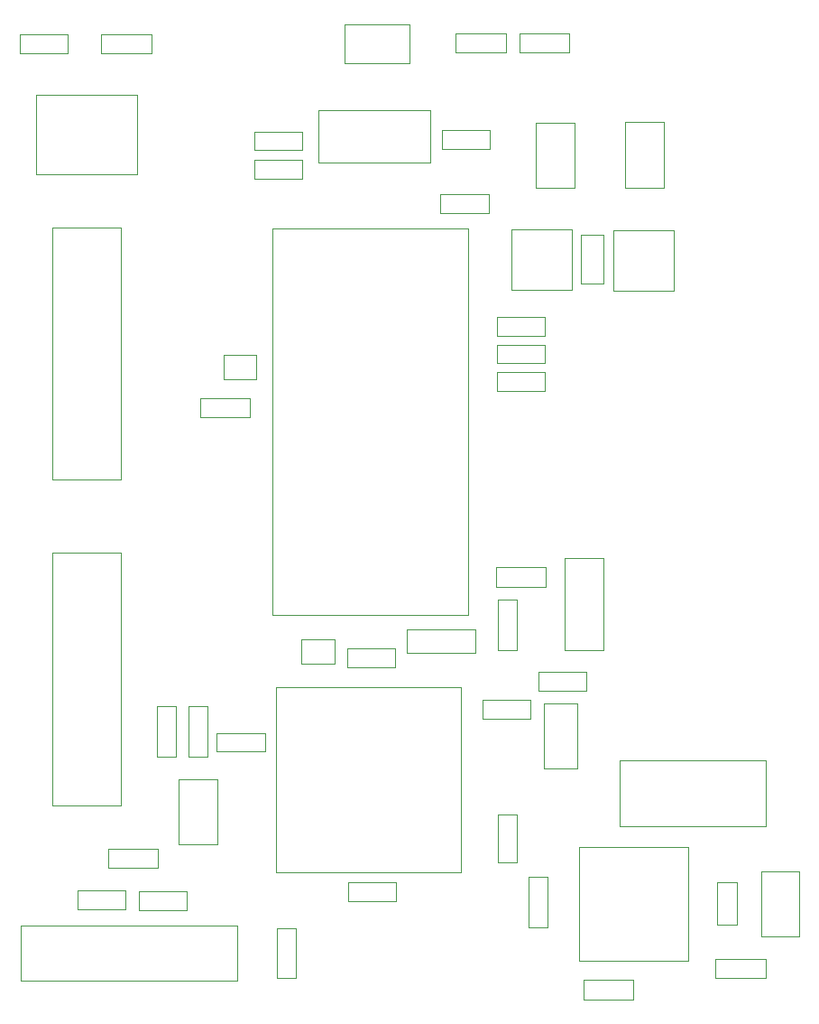
<source format=gbr>
G04 #@! TF.FileFunction,Other,User*
%FSLAX46Y46*%
G04 Gerber Fmt 4.6, Leading zero omitted, Abs format (unit mm)*
G04 Created by KiCad (PCBNEW 4.0.7) date 12/21/18 13:01:04*
%MOMM*%
%LPD*%
G01*
G04 APERTURE LIST*
%ADD10C,0.100000*%
%ADD11C,0.050000*%
G04 APERTURE END LIST*
D10*
D11*
X80950000Y-86350000D02*
X80950000Y-92450000D01*
X80950000Y-92450000D02*
X84050000Y-92450000D01*
X84050000Y-92450000D02*
X84050000Y-86350000D01*
X84050000Y-86350000D02*
X80950000Y-86350000D01*
X84450000Y-46950000D02*
X84450000Y-42450000D01*
X84450000Y-46950000D02*
X86550000Y-46950000D01*
X86550000Y-42450000D02*
X84450000Y-42450000D01*
X86550000Y-42450000D02*
X86550000Y-46950000D01*
X55450000Y-41800000D02*
X55450000Y-78050000D01*
X55450000Y-78050000D02*
X73800000Y-78050000D01*
X73800000Y-78050000D02*
X73800000Y-41800000D01*
X73800000Y-41800000D02*
X55450000Y-41800000D01*
X75750000Y-40380000D02*
X71250000Y-40380000D01*
X75750000Y-40380000D02*
X75750000Y-38630000D01*
X71250000Y-38630000D02*
X71250000Y-40380000D01*
X71250000Y-38630000D02*
X75750000Y-38630000D01*
X75850000Y-34380000D02*
X71350000Y-34380000D01*
X75850000Y-34380000D02*
X75850000Y-32630000D01*
X71350000Y-32630000D02*
X71350000Y-34380000D01*
X71350000Y-32630000D02*
X75850000Y-32630000D01*
X62200000Y-26300000D02*
X68350000Y-26300000D01*
X68350000Y-26300000D02*
X68350000Y-22700000D01*
X68350000Y-22700000D02*
X62200000Y-22700000D01*
X62200000Y-22700000D02*
X62200000Y-26300000D01*
X59790000Y-30750000D02*
X59790000Y-35660000D01*
X59790000Y-35660000D02*
X70290000Y-35660000D01*
X70290000Y-35660000D02*
X70290000Y-30750000D01*
X70290000Y-30750000D02*
X59790000Y-30750000D01*
X53750000Y-35420000D02*
X58250000Y-35420000D01*
X53750000Y-35420000D02*
X53750000Y-37170000D01*
X58250000Y-37170000D02*
X58250000Y-35420000D01*
X58250000Y-37170000D02*
X53750000Y-37170000D01*
X53750000Y-32720000D02*
X58250000Y-32720000D01*
X53750000Y-32720000D02*
X53750000Y-34470000D01*
X58250000Y-34470000D02*
X58250000Y-32720000D01*
X58250000Y-34470000D02*
X53750000Y-34470000D01*
X81050000Y-51880000D02*
X76550000Y-51880000D01*
X81050000Y-51880000D02*
X81050000Y-50130000D01*
X76550000Y-50130000D02*
X76550000Y-51880000D01*
X76550000Y-50130000D02*
X81050000Y-50130000D01*
X62450000Y-81220000D02*
X66950000Y-81220000D01*
X62450000Y-81220000D02*
X62450000Y-82970000D01*
X66950000Y-82970000D02*
X66950000Y-81220000D01*
X66950000Y-82970000D02*
X62450000Y-82970000D01*
X50250000Y-89120000D02*
X54750000Y-89120000D01*
X50250000Y-89120000D02*
X50250000Y-90870000D01*
X54750000Y-90870000D02*
X54750000Y-89120000D01*
X54750000Y-90870000D02*
X50250000Y-90870000D01*
X44100000Y-25400000D02*
X39400000Y-25400000D01*
X44100000Y-25400000D02*
X44100000Y-23600000D01*
X39400000Y-23600000D02*
X39400000Y-25400000D01*
X39400000Y-23600000D02*
X44100000Y-23600000D01*
X76550000Y-52720000D02*
X81050000Y-52720000D01*
X76550000Y-52720000D02*
X76550000Y-54470000D01*
X81050000Y-54470000D02*
X81050000Y-52720000D01*
X81050000Y-54470000D02*
X76550000Y-54470000D01*
X76550000Y-55320000D02*
X81050000Y-55320000D01*
X76550000Y-55320000D02*
X76550000Y-57070000D01*
X81050000Y-57070000D02*
X81050000Y-55320000D01*
X81050000Y-57070000D02*
X76550000Y-57070000D01*
X77900000Y-47600000D02*
X83600000Y-47600000D01*
X83600000Y-47600000D02*
X83600000Y-41900000D01*
X83600000Y-41900000D02*
X77900000Y-41900000D01*
X77900000Y-41900000D02*
X77900000Y-47600000D01*
X34800000Y-65400000D02*
X41200000Y-65400000D01*
X41200000Y-65400000D02*
X41200000Y-41750000D01*
X41200000Y-41750000D02*
X34800000Y-41750000D01*
X34800000Y-41750000D02*
X34800000Y-65400000D01*
X34800000Y-95900000D02*
X41200000Y-95900000D01*
X41200000Y-95900000D02*
X41200000Y-72250000D01*
X41200000Y-72250000D02*
X34800000Y-72250000D01*
X34800000Y-72250000D02*
X34800000Y-95900000D01*
X93150000Y-42000000D02*
X87450000Y-42000000D01*
X87450000Y-42000000D02*
X87450000Y-47700000D01*
X87450000Y-47700000D02*
X93150000Y-47700000D01*
X93150000Y-47700000D02*
X93150000Y-42000000D01*
X76620000Y-101250000D02*
X76620000Y-96750000D01*
X76620000Y-101250000D02*
X78370000Y-101250000D01*
X78370000Y-96750000D02*
X76620000Y-96750000D01*
X78370000Y-96750000D02*
X78370000Y-101250000D01*
X67050000Y-104880000D02*
X62550000Y-104880000D01*
X67050000Y-104880000D02*
X67050000Y-103130000D01*
X62550000Y-103130000D02*
X62550000Y-104880000D01*
X62550000Y-103130000D02*
X67050000Y-103130000D01*
X79650000Y-87780000D02*
X75150000Y-87780000D01*
X79650000Y-87780000D02*
X79650000Y-86030000D01*
X75150000Y-86030000D02*
X75150000Y-87780000D01*
X75150000Y-86030000D02*
X79650000Y-86030000D01*
X37150000Y-103920000D02*
X41650000Y-103920000D01*
X37150000Y-103920000D02*
X37150000Y-105670000D01*
X41650000Y-105670000D02*
X41650000Y-103920000D01*
X41650000Y-105670000D02*
X37150000Y-105670000D01*
X47400000Y-105730000D02*
X42900000Y-105730000D01*
X47400000Y-105730000D02*
X47400000Y-103980000D01*
X42900000Y-103980000D02*
X42900000Y-105730000D01*
X42900000Y-103980000D02*
X47400000Y-103980000D01*
X36250000Y-25380000D02*
X31750000Y-25380000D01*
X36250000Y-25380000D02*
X36250000Y-23630000D01*
X31750000Y-23630000D02*
X31750000Y-25380000D01*
X31750000Y-23630000D02*
X36250000Y-23630000D01*
X80450000Y-83420000D02*
X84950000Y-83420000D01*
X80450000Y-83420000D02*
X80450000Y-85170000D01*
X84950000Y-85170000D02*
X84950000Y-83420000D01*
X84950000Y-85170000D02*
X80450000Y-85170000D01*
X81150000Y-75400000D02*
X76450000Y-75400000D01*
X81150000Y-75400000D02*
X81150000Y-73600000D01*
X76450000Y-73600000D02*
X76450000Y-75400000D01*
X76450000Y-73600000D02*
X81150000Y-73600000D01*
X97175000Y-107125000D02*
X97175000Y-103125000D01*
X97175000Y-103125000D02*
X99075000Y-103125000D01*
X99075000Y-107125000D02*
X99075000Y-103125000D01*
X97175000Y-107125000D02*
X99075000Y-107125000D01*
X83350000Y-25300000D02*
X78650000Y-25300000D01*
X83350000Y-25300000D02*
X83350000Y-23500000D01*
X78650000Y-23500000D02*
X78650000Y-25300000D01*
X78650000Y-23500000D02*
X83350000Y-23500000D01*
X83800000Y-38050000D02*
X83800000Y-31900000D01*
X83800000Y-31900000D02*
X80200000Y-31900000D01*
X80200000Y-31900000D02*
X80200000Y-38050000D01*
X80200000Y-38050000D02*
X83800000Y-38050000D01*
X86500000Y-81400000D02*
X86500000Y-72750000D01*
X86500000Y-72750000D02*
X82900000Y-72750000D01*
X82900000Y-72750000D02*
X82900000Y-81400000D01*
X82900000Y-81400000D02*
X86500000Y-81400000D01*
X101325000Y-102075000D02*
X101325000Y-108225000D01*
X101325000Y-108225000D02*
X104925000Y-108225000D01*
X104925000Y-108225000D02*
X104925000Y-102075000D01*
X104925000Y-102075000D02*
X101325000Y-102075000D01*
X101800000Y-91700000D02*
X88050000Y-91700000D01*
X88050000Y-91700000D02*
X88050000Y-97850000D01*
X88050000Y-97850000D02*
X101800000Y-97850000D01*
X101800000Y-97850000D02*
X101800000Y-91700000D01*
X92200000Y-38000000D02*
X92200000Y-31850000D01*
X92200000Y-31850000D02*
X88600000Y-31850000D01*
X88600000Y-31850000D02*
X88600000Y-38000000D01*
X88600000Y-38000000D02*
X92200000Y-38000000D01*
X46700000Y-93450000D02*
X46700000Y-99600000D01*
X46700000Y-99600000D02*
X50300000Y-99600000D01*
X50300000Y-99600000D02*
X50300000Y-93450000D01*
X50300000Y-93450000D02*
X46700000Y-93450000D01*
X50850000Y-53650000D02*
X50850000Y-55950000D01*
X50850000Y-55950000D02*
X53950000Y-55950000D01*
X53950000Y-55950000D02*
X53950000Y-53650000D01*
X53950000Y-53650000D02*
X50850000Y-53650000D01*
X58200000Y-80350000D02*
X58200000Y-82650000D01*
X58200000Y-82650000D02*
X61300000Y-82650000D01*
X61300000Y-82650000D02*
X61300000Y-80350000D01*
X61300000Y-80350000D02*
X58200000Y-80350000D01*
X74550000Y-81610000D02*
X68050000Y-81610000D01*
X74550000Y-81610000D02*
X74550000Y-79400000D01*
X68050000Y-79400000D02*
X68050000Y-81610000D01*
X68050000Y-79400000D02*
X74550000Y-79400000D01*
X97050000Y-110300000D02*
X101750000Y-110300000D01*
X97050000Y-110300000D02*
X97050000Y-112100000D01*
X101750000Y-112100000D02*
X101750000Y-110300000D01*
X101750000Y-112100000D02*
X97050000Y-112100000D01*
X76600000Y-81350000D02*
X76600000Y-76650000D01*
X76600000Y-81350000D02*
X78400000Y-81350000D01*
X78400000Y-76650000D02*
X76600000Y-76650000D01*
X78400000Y-76650000D02*
X78400000Y-81350000D01*
X81300000Y-102650000D02*
X81300000Y-107350000D01*
X81300000Y-102650000D02*
X79500000Y-102650000D01*
X79500000Y-107350000D02*
X81300000Y-107350000D01*
X79500000Y-107350000D02*
X79500000Y-102650000D01*
X84650000Y-112300000D02*
X89350000Y-112300000D01*
X84650000Y-112300000D02*
X84650000Y-114100000D01*
X89350000Y-114100000D02*
X89350000Y-112300000D01*
X89350000Y-114100000D02*
X84650000Y-114100000D01*
X44750000Y-101800000D02*
X40050000Y-101800000D01*
X44750000Y-101800000D02*
X44750000Y-100000000D01*
X40050000Y-100000000D02*
X40050000Y-101800000D01*
X40050000Y-100000000D02*
X44750000Y-100000000D01*
X57650000Y-107400000D02*
X57650000Y-112100000D01*
X57650000Y-107400000D02*
X55850000Y-107400000D01*
X55850000Y-112100000D02*
X57650000Y-112100000D01*
X55850000Y-112100000D02*
X55850000Y-107400000D01*
X53350000Y-59500000D02*
X48650000Y-59500000D01*
X53350000Y-59500000D02*
X53350000Y-57700000D01*
X48650000Y-57700000D02*
X48650000Y-59500000D01*
X48650000Y-57700000D02*
X53350000Y-57700000D01*
X46400000Y-86650000D02*
X46400000Y-91350000D01*
X46400000Y-86650000D02*
X44600000Y-86650000D01*
X44600000Y-91350000D02*
X46400000Y-91350000D01*
X44600000Y-91350000D02*
X44600000Y-86650000D01*
X49400000Y-86650000D02*
X49400000Y-91350000D01*
X49400000Y-86650000D02*
X47600000Y-86650000D01*
X47600000Y-91350000D02*
X49400000Y-91350000D01*
X47600000Y-91350000D02*
X47600000Y-86650000D01*
X72650000Y-23500000D02*
X77350000Y-23500000D01*
X72650000Y-23500000D02*
X72650000Y-25300000D01*
X77350000Y-25300000D02*
X77350000Y-23500000D01*
X77350000Y-25300000D02*
X72650000Y-25300000D01*
X33500000Y-29250000D02*
X33250000Y-29250000D01*
X33250000Y-29250000D02*
X33250000Y-29500000D01*
X33500000Y-36750000D02*
X33250000Y-36750000D01*
X33250000Y-36750000D02*
X33250000Y-36500000D01*
X42750000Y-36500000D02*
X42750000Y-36750000D01*
X42750000Y-36750000D02*
X42500000Y-36750000D01*
X42750000Y-29500000D02*
X42750000Y-29250000D01*
X42750000Y-29250000D02*
X42500000Y-29250000D01*
X42500000Y-36750000D02*
X33500000Y-36750000D01*
X42750000Y-29500000D02*
X42750000Y-36500000D01*
X33500000Y-29250000D02*
X42500000Y-29250000D01*
X33250000Y-36500000D02*
X33250000Y-29500000D01*
X94475000Y-110475000D02*
X94475000Y-99775000D01*
X94475000Y-99775000D02*
X84275000Y-99775000D01*
X84275000Y-99775000D02*
X84275000Y-110475000D01*
X84275000Y-110475000D02*
X94475000Y-110475000D01*
X73200000Y-84800000D02*
X55800000Y-84800000D01*
X73200000Y-102200000D02*
X55800000Y-102200000D01*
X73200000Y-84800000D02*
X73200000Y-102200000D01*
X55800000Y-84800000D02*
X55800000Y-102200000D01*
X52200000Y-112350000D02*
X52200000Y-107150000D01*
X52200000Y-107150000D02*
X31800000Y-107150000D01*
X31800000Y-107150000D02*
X31800000Y-112350000D01*
X31800000Y-112350000D02*
X52200000Y-112350000D01*
M02*

</source>
